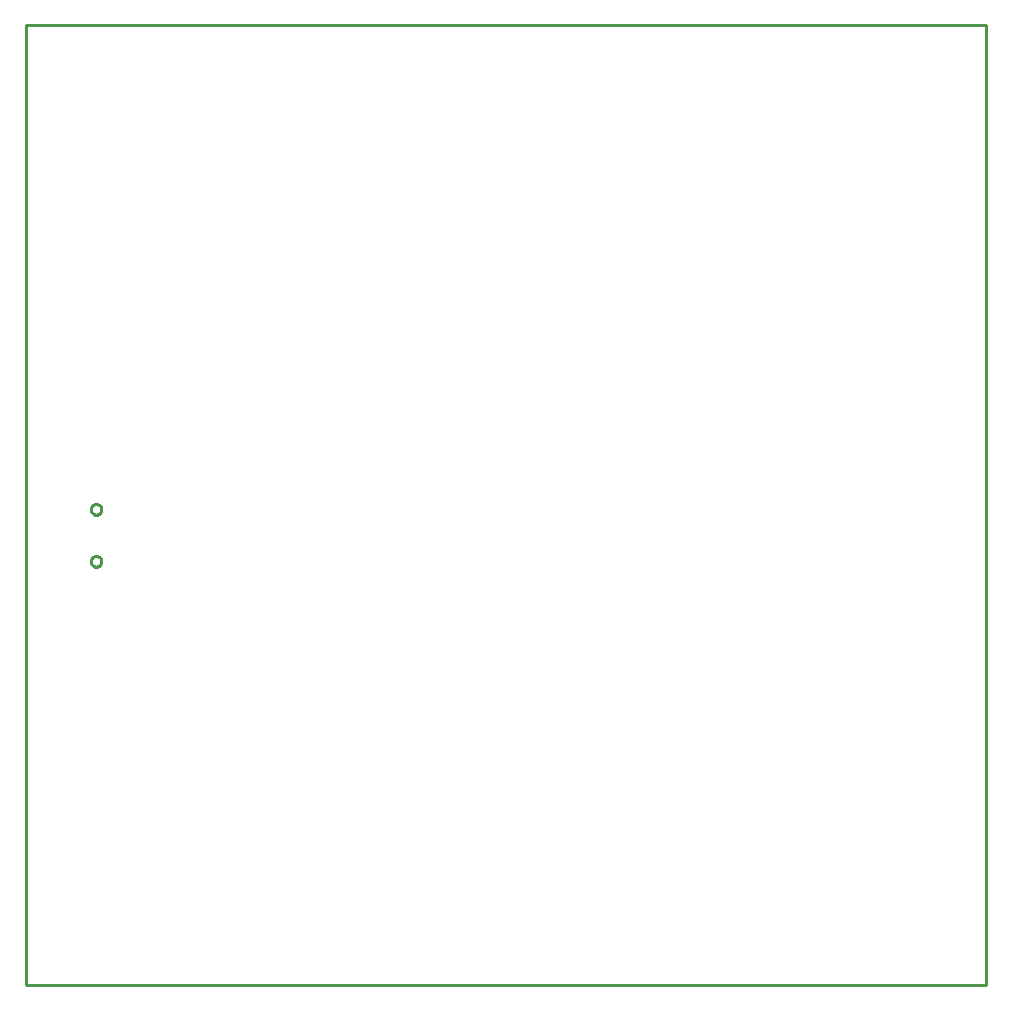
<source format=gbr>
G04 EAGLE Gerber RS-274X export*
G75*
%MOMM*%
%FSLAX34Y34*%
%LPD*%
%IN*%
%IPPOS*%
%AMOC8*
5,1,8,0,0,1.08239X$1,22.5*%
G01*
%ADD10C,0.254000*%


D10*
X0Y0D02*
X812800Y0D01*
X812800Y812800D01*
X0Y812800D01*
X0Y0D01*
X64190Y359295D02*
X64113Y359880D01*
X63960Y360450D01*
X63735Y360995D01*
X63440Y361505D01*
X63081Y361973D01*
X62663Y362391D01*
X62195Y362750D01*
X61685Y363045D01*
X61140Y363270D01*
X60570Y363423D01*
X59985Y363500D01*
X59395Y363500D01*
X58810Y363423D01*
X58240Y363270D01*
X57695Y363045D01*
X57185Y362750D01*
X56717Y362391D01*
X56299Y361973D01*
X55940Y361505D01*
X55645Y360995D01*
X55420Y360450D01*
X55267Y359880D01*
X55190Y359295D01*
X55190Y358705D01*
X55267Y358120D01*
X55420Y357550D01*
X55645Y357005D01*
X55940Y356495D01*
X56299Y356027D01*
X56717Y355609D01*
X57185Y355250D01*
X57695Y354955D01*
X58240Y354730D01*
X58810Y354577D01*
X59395Y354500D01*
X59985Y354500D01*
X60570Y354577D01*
X61140Y354730D01*
X61685Y354955D01*
X62195Y355250D01*
X62663Y355609D01*
X63081Y356027D01*
X63440Y356495D01*
X63735Y357005D01*
X63960Y357550D01*
X64113Y358120D01*
X64190Y358705D01*
X64190Y359295D01*
X64190Y403295D02*
X64113Y403880D01*
X63960Y404450D01*
X63735Y404995D01*
X63440Y405505D01*
X63081Y405973D01*
X62663Y406391D01*
X62195Y406750D01*
X61685Y407045D01*
X61140Y407270D01*
X60570Y407423D01*
X59985Y407500D01*
X59395Y407500D01*
X58810Y407423D01*
X58240Y407270D01*
X57695Y407045D01*
X57185Y406750D01*
X56717Y406391D01*
X56299Y405973D01*
X55940Y405505D01*
X55645Y404995D01*
X55420Y404450D01*
X55267Y403880D01*
X55190Y403295D01*
X55190Y402705D01*
X55267Y402120D01*
X55420Y401550D01*
X55645Y401005D01*
X55940Y400495D01*
X56299Y400027D01*
X56717Y399609D01*
X57185Y399250D01*
X57695Y398955D01*
X58240Y398730D01*
X58810Y398577D01*
X59395Y398500D01*
X59985Y398500D01*
X60570Y398577D01*
X61140Y398730D01*
X61685Y398955D01*
X62195Y399250D01*
X62663Y399609D01*
X63081Y400027D01*
X63440Y400495D01*
X63735Y401005D01*
X63960Y401550D01*
X64113Y402120D01*
X64190Y402705D01*
X64190Y403295D01*
M02*

</source>
